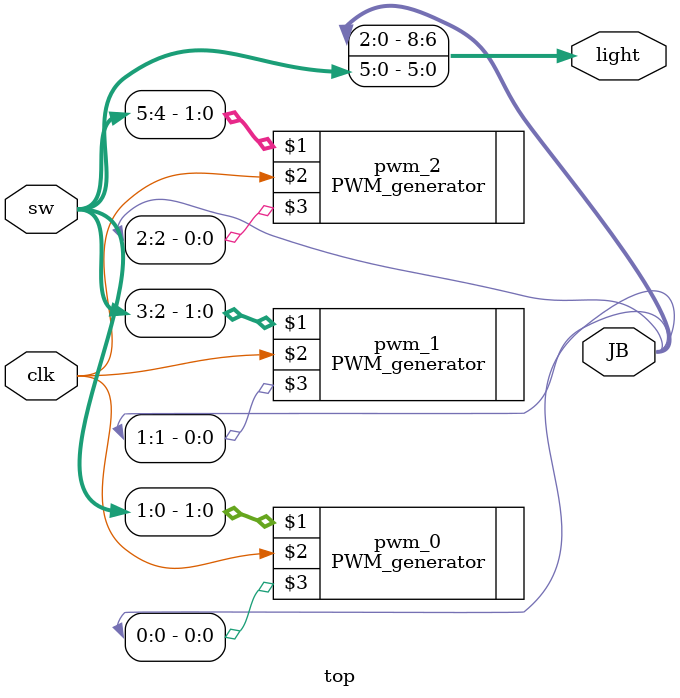
<source format=v>
`timescale 1ns / 1ps


module top(
    input clk,              // board clock
    input [5:0] sw,         // 2 switches per servo, 3 positions
    output [8:0] light,
    output [2:0] JB         // 3 servos in total, Pmod Jb pins 1-3
    );
    
    // standard board clock: 100,000,000Hz - 10ns
    // desired clock: 50Hz - 20ms
    // width range: 1-2ms
    // positions: 1ms, 1.5ms, 2ms
    // clock resolution: 0.25ms
    
    // Takes in switches and outputs a PWM signal to each of the corresponding servo motors.
    // Every clock cycle, each switch is checked to to update PWM signal sent to servo motor.
    // Servo motors use PWM to determine position, -90 -> 0 -> 90 degrees.
    
    // module PWM_generator(input [1:0] position, input clk, output reg modulated_signal);
    
    // update position of servo 0 
    PWM_generator pwm_0(sw[1:0], clk, JB[0]);
    
    // update position of servo 1 
    PWM_generator pwm_1(sw[3:2], clk, JB[1]);
    
    // update position of servo 2 
    PWM_generator pwm_2(sw[5:4], clk, JB[2]);
    
    assign light[0] = sw[0];
    assign light[1] = sw[1];
    assign light[2] = sw[2];
    assign light[3] = sw[3];
    assign light[4] = sw[4];
    assign light[5] = sw[5];
    
    assign light[6] = JB[0];
    assign light[7] = JB[1];
    assign light[8] = JB[2];
    
endmodule

</source>
